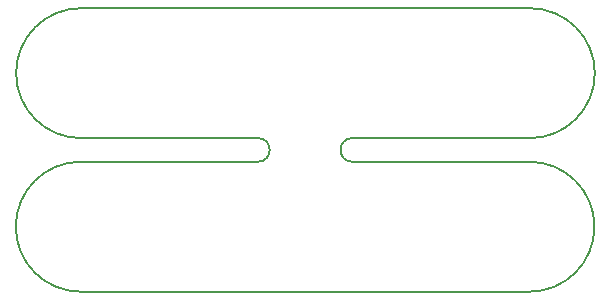
<source format=gm1>
G04 #@! TF.GenerationSoftware,KiCad,Pcbnew,(5.1.10)-1*
G04 #@! TF.CreationDate,2021-08-18T17:13:36+08:00*
G04 #@! TF.ProjectId,dboard,64626f61-7264-42e6-9b69-6361645f7063,rev?*
G04 #@! TF.SameCoordinates,Original*
G04 #@! TF.FileFunction,Profile,NP*
%FSLAX46Y46*%
G04 Gerber Fmt 4.6, Leading zero omitted, Abs format (unit mm)*
G04 Created by KiCad (PCBNEW (5.1.10)-1) date 2021-08-18 17:13:36*
%MOMM*%
%LPD*%
G01*
G04 APERTURE LIST*
G04 #@! TA.AperFunction,Profile*
%ADD10C,0.200000*%
G04 #@! TD*
G04 APERTURE END LIST*
D10*
X-6000000Y2000000D02*
X-20968750Y2000000D01*
X2000000Y2000000D02*
X17031250Y2000000D01*
X2000000Y0D02*
X17000000Y0D01*
X2000000Y0D02*
G75*
G02*
X2000000Y2000000I0J1000000D01*
G01*
X-6000000Y2000000D02*
G75*
G02*
X-6000000Y0I0J-1000000D01*
G01*
X17031250Y13000000D02*
G75*
G02*
X17031250Y2000000I0J-5500000D01*
G01*
X17031250Y13000000D02*
X-20968750Y13000000D01*
X-20968750Y2000000D02*
G75*
G02*
X-20968750Y13000000I0J5500000D01*
G01*
X17000000Y0D02*
G75*
G02*
X17000000Y-11000000I0J-5500000D01*
G01*
X-21000000Y-11000000D02*
X17000000Y-11000000D01*
X-21000000Y-11000000D02*
G75*
G02*
X-21000000Y0I0J5500000D01*
G01*
X-6000000Y0D02*
X-21000000Y0D01*
M02*

</source>
